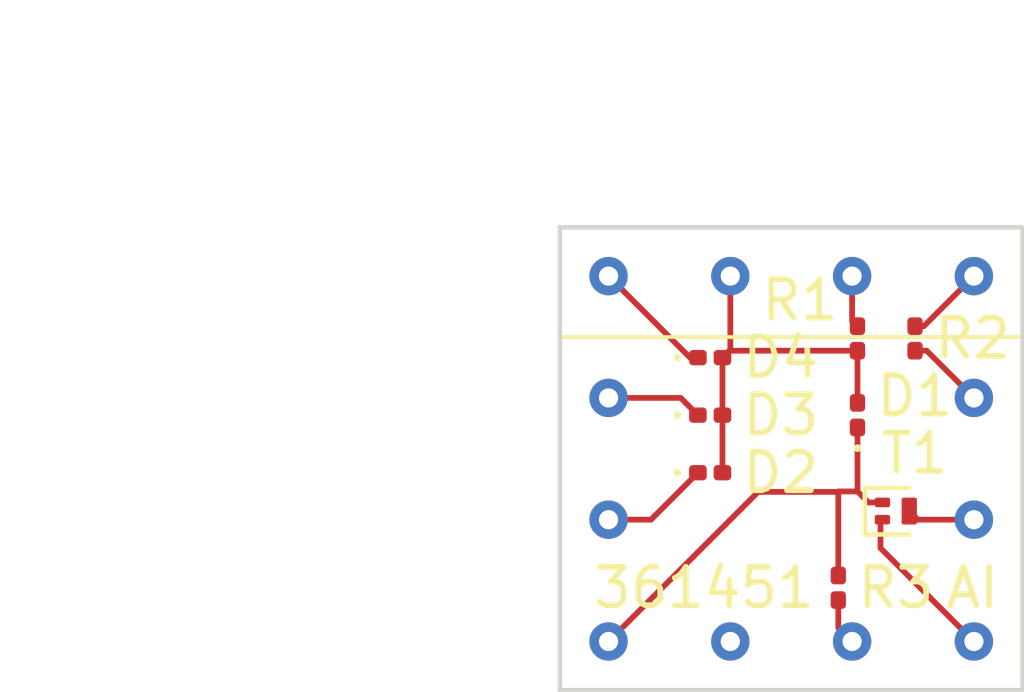
<source format=kicad_pcb>
(kicad_pcb (version 20211014) (generator pcbnew)
  (layers (0 "F.Cu" signal) (31 "B.Cu" signal) (34 "B.Paste" user) (35 "F.Paste" user) (36 "B.SilkS" user "B.Silkscreen") (37 "F.SilkS" user "F.Silkscreen") (38 "B.Mask" user) (39 "F.Mask" user) (44 "Edge.Cuts" user))
  (net 0 "")
  (net 1 "/1")
  (net 2 "/5")
  (net 3 "/2")
  (net 4 "/3")
  (net 5 "/4")
  (net 6 "/+3V")
  (net 7 "/8")
  (net 8 "/+6V")
  (net 9 "GND")
  (net 10 "/9")
  (net 11 "/-3V")
  (net 12 "/12")
  (footprint "IBM_SLT-SLD:12-Pin_SLx_Can" (layer "F.Cu") (at 134.51 98.9)
    (fp_text reference "U1")
    (fp_text value "12-Pin_SLx_Can")
    (fp_line (start -1.27 -7.9375) (end 10.795 -7.9375) (layer "F.SilkS") (width 0.1))
    (fp_rect (start -1.27 -10.795) (end 10.795 1.27) (layer "Edge.Cuts") (width 0.12) (fill none))
    (pad "1" thru_hole circle locked (at 0 0) (size 1 1) (drill 0.5) (layers *.Cu *.Mask) (net 1 "/1"))
    (pad "2" thru_hole circle locked (at 0 -3.175) (size 1 1) (drill 0.5) (layers *.Cu *.Mask) (net 3 "/2"))
    (pad "3" thru_hole circle locked (at 0 -6.35) (size 1 1) (drill 0.5) (layers *.Cu *.Mask) (net 4 "/3"))
    (pad "4" thru_hole circle locked (at 0 -9.525) (size 1 1) (drill 0.5) (layers *.Cu *.Mask) (net 5 "/4"))
    (pad "5" thru_hole circle locked (at 3.175 -9.525) (size 1 1) (drill 0.5) (layers *.Cu *.Mask) (net 2 "/5"))
    (pad "6" thru_hole circle locked (at 6.35 -9.525) (size 1 1) (drill 0.5) (layers *.Cu *.Mask) (net 8 "/+6V"))
    (pad "7" thru_hole circle locked (at 9.525 -9.525) (size 1 1) (drill 0.5) (layers *.Cu *.Mask) (net 6 "/+3V"))
    (pad "8" thru_hole circle locked (at 9.525 -6.35) (size 1 1) (drill 0.5) (layers *.Cu *.Mask) (net 7 "/8"))
    (pad "9" thru_hole circle locked (at 9.525 -3.175) (size 1 1) (drill 0.5) (layers *.Cu *.Mask) (net 10 "/9"))
    (pad "10" thru_hole circle locked (at 9.525 0) (size 1 1) (drill 0.5) (layers *.Cu *.Mask) (net 9 "GND"))
    (pad "11" thru_hole circle locked (at 6.35 0) (size 1 1) (drill 0.5) (layers *.Cu *.Mask) (net 11 "/-3V"))
    (pad "12" thru_hole circle locked (at 3.175 0) (size 1 1) (drill 0.5) (layers *.Cu *.Mask) (net 12 "/12"))
  )
  (footprint "Resistor_SMD:R_0201_0603Metric" (layer "F.Cu") (at 142.5 91 -90)
    (fp_text reference "R2" (at 0 -1.5) (layer "F.SilkS"))
    (fp_text value "750Ω")
    (pad "1" smd roundrect (at -0.32 0 270) (size 0.46 0.4) (layers "F.Cu" "F.Mask") (net 6 "/+3V"))
    (pad "2" smd roundrect (at 0.32 0 270) (size 0.46 0.4) (layers "F.Cu" "F.Mask") (net 7 "/8"))
  )
  (footprint "Resistor_SMD:R_0201_0603Metric" (layer "F.Cu") (at 141 91 -90)
    (fp_text reference "R1" (at -1 1.5 180) (layer "F.SilkS"))
    (fp_text value "2K")
    (pad "1" smd roundrect (at -0.32 0 270) (size 0.46 0.4) (layers "F.Cu" "F.Mask") (net 8 "/+6V"))
    (pad "2" smd roundrect (at 0.32 0 270) (size 0.46 0.4) (layers "F.Cu" "F.Mask") (net 2 "/5"))
  )
  (footprint "Diode_SMD:D_0201_0603Metric" (layer "F.Cu") (at 137.16 93)
    (fp_text reference "D3" (at 1.84 0) (layer "F.SilkS"))
    (fp_text value "IBM_Diode")
    (fp_circle (center -0.86 0) (end -0.81 0) (layer "F.SilkS") (width 0.1) (fill none))
    (pad "1" smd roundrect (at -0.32 0) (size 0.46 0.4) (layers "F.Cu" "F.Mask") (net 4 "/3"))
    (pad "2" smd roundrect (at 0.32 0) (size 0.46 0.4) (layers "F.Cu" "F.Mask") (net 2 "/5"))
  )
  (footprint "Diode_SMD:D_0201_0603Metric" (layer "F.Cu") (at 137.16 91.5)
    (fp_text reference "D4" (at 1.84 0) (layer "F.SilkS"))
    (fp_text value "IBM_Diode")
    (fp_circle (center -0.86 0) (end -0.81 0) (layer "F.SilkS") (width 0.1) (fill none))
    (pad "1" smd roundrect (at -0.32 0) (size 0.46 0.4) (layers "F.Cu" "F.Mask") (net 5 "/4"))
    (pad "2" smd roundrect (at 0.32 0) (size 0.46 0.4) (layers "F.Cu" "F.Mask") (net 2 "/5"))
  )
  (footprint "Diode_SMD:D_0201_0603Metric" (layer "F.Cu") (at 137.16 94.5)
    (fp_text reference "D2" (at 1.84 0) (layer "F.SilkS"))
    (fp_text value "IBM_Diode")
    (fp_circle (center -0.86 0) (end -0.81 0) (layer "F.SilkS") (width 0.1) (fill none))
    (pad "1" smd roundrect (at -0.32 0) (size 0.46 0.4) (layers "F.Cu" "F.Mask") (net 3 "/2"))
    (pad "2" smd roundrect (at 0.32 0) (size 0.46 0.4) (layers "F.Cu" "F.Mask") (net 2 "/5"))
  )
  (footprint "Diode_SMD:D_0201_0603Metric" (layer "F.Cu") (at 141 93 90)
    (fp_text reference "D1" (at 0.5 1.5 180) (layer "F.SilkS"))
    (fp_text value "IBM_Diode")
    (fp_circle (center -0.86 0) (end -0.81 0) (layer "F.SilkS") (width 0.1) (fill none))
    (pad "1" smd roundrect (at -0.32 0 90) (size 0.46 0.4) (layers "F.Cu" "F.Mask") (net 1 "/1"))
    (pad "2" smd roundrect (at 0.32 0 90) (size 0.46 0.4) (layers "F.Cu" "F.Mask") (net 2 "/5"))
  )
  (footprint "Package_TO_SOT_SMD:SOT-883" (layer "F.Cu") (at 142 95.5)
    (fp_text reference "T1" (at 0.5 -1.5) (layer "F.SilkS"))
    (fp_text value "AAA")
    (fp_line (start 0.35 0.61) (end -0.81 0.61) (layer "F.SilkS") (width 0.12))
    (fp_line (start -0.81 -0.61) (end 0.35 -0.61) (layer "F.SilkS") (width 0.12))
    (fp_line (start -0.81 0.61) (end -0.81 -0.61) (layer "F.SilkS") (width 0.12))
    (pad "1" smd roundrect (at -0.35 -0.225) (size 0.4 0.25) (layers "F.Cu" "F.Paste" "F.Mask") (roundrect_rratio 0.2) (net 1 "/1"))
    (pad "2" smd roundrect (at -0.35 0.225) (size 0.4 0.25) (layers "F.Cu" "F.Paste" "F.Mask") (roundrect_rratio 0.2) (net 9 "GND"))
    (pad "3" smd roundrect (at 0.35 0) (size 0.4 0.7) (layers "F.Cu" "F.Paste" "F.Mask") (roundrect_rratio 0.125) (net 10 "/9"))
  )
  (footprint "Resistor_SMD:R_0201_0603Metric" (layer "F.Cu") (at 140.5 97.5 -90)
    (fp_text reference "R3" (at 0 -1.5 180) (layer "F.SilkS"))
    (fp_text value "3.6K")
    (pad "1" smd roundrect (at -0.32 0 270) (size 0.46 0.4) (layers "F.Cu" "F.Mask") (net 1 "/1"))
    (pad "2" smd roundrect (at 0.32 0 270) (size 0.46 0.4) (layers "F.Cu" "F.Mask") (net 11 "/-3V"))
  )
  (gr_text "361451" (at 137 97.5) (layer "F.SilkS") (effects (font (size 1 1))))
  (gr_text "AI" (at 144 97.5) (layer "F.SilkS") (effects (font (size 1 1))))
  (segment (start 141.286091 95.275) (end 141.65 95.275) (width 0.15) (layer "F.Cu") (net 1))
  (segment (start 140.5 97.18) (end 140.5 95) (width 0.15) (layer "F.Cu") (net 1))
  (segment (start 141 93.32) (end 141 94.988909) (width 0.15) (layer "F.Cu") (net 1))
  (segment (start 138.41 95) (end 140.5 95) (width 0.15) (layer "F.Cu") (net 1))
  (segment (start 134.51 98.9) (end 138.41 95) (width 0.15) (layer "F.Cu") (net 1))
  (segment (start 141 94.988909) (end 140.511091 94.988909) (width 0.15) (layer "F.Cu") (net 1))
  (segment (start 141 94.988909) (end 141.286091 95.275) (width 0.15) (layer "F.Cu") (net 1))
  (segment (start 140.5 95) (end 140.511091 94.988909) (width 0.15) (layer "F.Cu") (net 1))
  (segment (start 141 91.32) (end 141 92.68) (width 0.15) (layer "F.Cu") (net 2))
  (segment (start 137.48 91.5) (end 137.685 91.295) (width 0.15) (layer "F.Cu") (net 2))
  (segment (start 137.685 91.295) (end 137.685 89.375) (width 0.15) (layer "F.Cu") (net 2))
  (segment (start 137.66 91.32) (end 137.48 91.5) (width 0.15) (layer "F.Cu") (net 2))
  (segment (start 141 91.32) (end 137.66 91.32) (width 0.15) (layer "F.Cu") (net 2))
  (segment (start 137.48 94.5) (end 137.48 91.5) (width 0.15) (layer "F.Cu") (net 2))
  (segment (start 135.615 95.725) (end 136.84 94.5) (width 0.15) (layer "F.Cu") (net 3))
  (segment (start 134.51 95.725) (end 135.615 95.725) (width 0.15) (layer "F.Cu") (net 3))
  (segment (start 134.51 92.55) (end 136.39 92.55) (width 0.15) (layer "F.Cu") (net 4))
  (segment (start 136.39 92.55) (end 136.84 93) (width 0.15) (layer "F.Cu") (net 4))
  (segment (start 136.84 91.5) (end 136.635 91.5) (width 0.15) (layer "F.Cu") (net 5))
  (segment (start 136.635 91.5) (end 134.51 89.375) (width 0.15) (layer "F.Cu") (net 5))
  (segment (start 144.035 89.375) (end 142.73 90.68) (width 0.15) (layer "F.Cu") (net 6))
  (segment (start 142.73 90.68) (end 142.5 90.68) (width 0.15) (layer "F.Cu") (net 6))
  (segment (start 144.035 92.55) (end 142.805 91.32) (width 0.15) (layer "F.Cu") (net 7))
  (segment (start 142.805 91.32) (end 142.5 91.32) (width 0.15) (layer "F.Cu") (net 7))
  (segment (start 140.86 89.375) (end 140.86 90.54) (width 0.15) (layer "F.Cu") (net 8))
  (segment (start 140.86 90.54) (end 141 90.68) (width 0.15) (layer "F.Cu") (net 8))
  (segment (start 141.6 96.465) (end 141.6 95.775) (width 0.15) (layer "F.Cu") (net 9))
  (segment (start 144.035 98.9) (end 141.6 96.465) (width 0.15) (layer "F.Cu") (net 9))
  (segment (start 141.6 95.775) (end 141.65 95.725) (width 0.15) (layer "F.Cu") (net 9))
  (segment (start 144.035 95.725) (end 142.575 95.725) (width 0.15) (layer "F.Cu") (net 10))
  (segment (start 142.575 95.725) (end 142.35 95.5) (width 0.15) (layer "F.Cu") (net 10))
  (segment (start 140.5 97.82) (end 140.5 98.54) (width 0.15) (layer "F.Cu") (net 11))
  (segment (start 140.5 98.54) (end 140.86 98.9) (width 0.15) (layer "F.Cu") (net 11))
)
</source>
